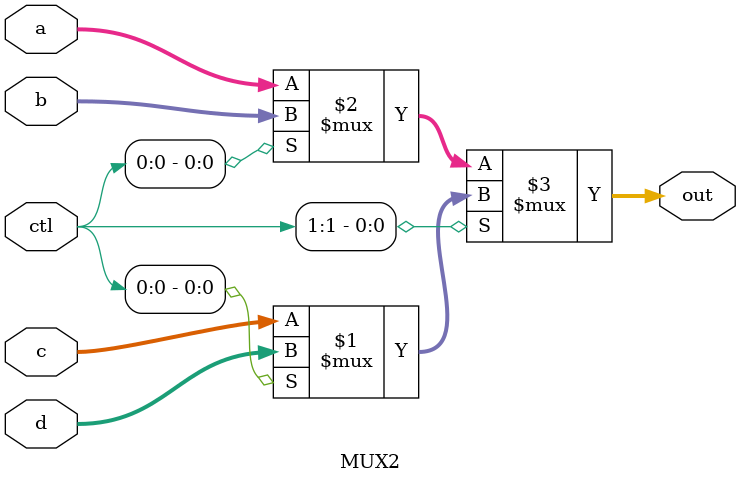
<source format=v>
module MUX2 (a, b, c, d, ctl, out);

    input [31:0] a;
    input [31:0] b;
    input [31:0] c;
    input [31:0] d;
    input [1:0] ctl;
    output [31:0] out;

    assign out = ctl[1] ? (ctl[0] ? d : c) : (ctl[0] ? b : a);

endmodule
</source>
